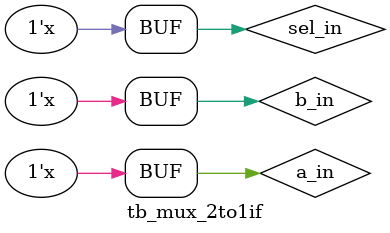
<source format=v>
`timescale 1ns / 1ps



/*integer i,j,k;
initial begin
for(i=0;i<2;i=i+1)
begin
sel_in=i;
for(j=0;j<2;j=i+1)
begin
a_in=j;
for(k=0;k<2;k=i+1)
begin
b_in=k;
#10
end
end
$finishbegin 
end
endmodule*/
module tb_mux_2to1if();
reg a_in,b_in,sel_in;
wire y_out;

mux_2to1if DUT( .a_in(a_in),.b_in(b_in),.sel_in(sel_in),.y_out(y_out));

always #10 sel_in =~sel_in;
always #10 a_in = ~a_in;
always #10 b_in = ~b_in;

initial begin

a_in = 0;
b_in =1;
sel_in=0;


end
endmodule

</source>
